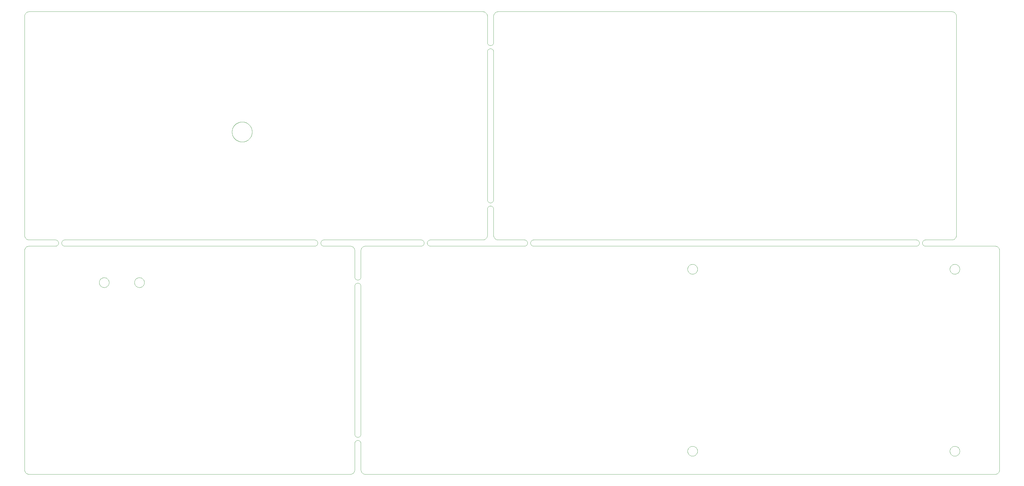
<source format=gbr>
G75*
G70*
%OFA0B0*%
%FSLAX24Y24*%
%IPPOS*%
%LPD*%
%AMOC8*
5,1,8,0,0,1.08239X$1,22.5*
%
%ADD10C,0.0039*%
D10*
X006662Y005047D02*
X047607Y005047D01*
X047607Y005046D02*
X047653Y005048D01*
X047699Y005053D01*
X047745Y005062D01*
X047790Y005075D01*
X047833Y005091D01*
X047875Y005110D01*
X047916Y005133D01*
X047954Y005159D01*
X047991Y005188D01*
X048025Y005219D01*
X048056Y005253D01*
X048085Y005290D01*
X048111Y005328D01*
X048134Y005369D01*
X048153Y005411D01*
X048169Y005454D01*
X048182Y005499D01*
X048191Y005545D01*
X048196Y005591D01*
X048198Y005637D01*
X048197Y005637D02*
X048197Y008984D01*
X048591Y009378D02*
X048630Y009376D01*
X048668Y009370D01*
X048705Y009361D01*
X048742Y009348D01*
X048777Y009331D01*
X048810Y009312D01*
X048841Y009289D01*
X048870Y009263D01*
X048896Y009234D01*
X048919Y009203D01*
X048938Y009170D01*
X048955Y009135D01*
X048968Y009098D01*
X048977Y009061D01*
X048983Y009023D01*
X048985Y008984D01*
X048985Y005637D01*
X048984Y005637D02*
X048986Y005591D01*
X048991Y005545D01*
X049000Y005499D01*
X049013Y005454D01*
X049029Y005411D01*
X049048Y005369D01*
X049071Y005328D01*
X049097Y005290D01*
X049126Y005253D01*
X049157Y005219D01*
X049191Y005188D01*
X049228Y005159D01*
X049266Y005133D01*
X049307Y005110D01*
X049349Y005091D01*
X049392Y005075D01*
X049437Y005062D01*
X049483Y005053D01*
X049529Y005048D01*
X049575Y005046D01*
X049575Y005047D02*
X129890Y005047D01*
X129890Y005046D02*
X129936Y005048D01*
X129982Y005053D01*
X130028Y005062D01*
X130073Y005075D01*
X130116Y005091D01*
X130158Y005110D01*
X130199Y005133D01*
X130237Y005159D01*
X130274Y005188D01*
X130308Y005219D01*
X130339Y005253D01*
X130368Y005290D01*
X130394Y005328D01*
X130417Y005369D01*
X130436Y005411D01*
X130452Y005454D01*
X130465Y005499D01*
X130474Y005545D01*
X130479Y005591D01*
X130481Y005637D01*
X130481Y033590D01*
X130479Y033636D01*
X130474Y033682D01*
X130465Y033728D01*
X130452Y033773D01*
X130436Y033816D01*
X130417Y033858D01*
X130394Y033899D01*
X130368Y033937D01*
X130339Y033974D01*
X130308Y034008D01*
X130274Y034039D01*
X130237Y034068D01*
X130199Y034094D01*
X130158Y034117D01*
X130116Y034136D01*
X130073Y034152D01*
X130028Y034165D01*
X129982Y034174D01*
X129936Y034179D01*
X129890Y034181D01*
X121032Y034181D01*
X120638Y034574D02*
X120640Y034613D01*
X120646Y034651D01*
X120655Y034688D01*
X120668Y034725D01*
X120685Y034760D01*
X120704Y034793D01*
X120727Y034824D01*
X120753Y034853D01*
X120782Y034879D01*
X120813Y034902D01*
X120846Y034921D01*
X120881Y034938D01*
X120918Y034951D01*
X120955Y034960D01*
X120993Y034966D01*
X121032Y034968D01*
X124378Y034968D01*
X124424Y034970D01*
X124470Y034975D01*
X124516Y034984D01*
X124561Y034997D01*
X124604Y035013D01*
X124646Y035032D01*
X124687Y035055D01*
X124725Y035081D01*
X124762Y035110D01*
X124796Y035141D01*
X124827Y035175D01*
X124856Y035212D01*
X124882Y035250D01*
X124905Y035291D01*
X124924Y035333D01*
X124940Y035376D01*
X124953Y035421D01*
X124962Y035467D01*
X124967Y035513D01*
X124969Y035559D01*
X124969Y063511D01*
X124967Y063557D01*
X124962Y063603D01*
X124953Y063649D01*
X124940Y063694D01*
X124924Y063737D01*
X124905Y063779D01*
X124882Y063820D01*
X124856Y063858D01*
X124827Y063895D01*
X124796Y063929D01*
X124762Y063960D01*
X124725Y063989D01*
X124687Y064015D01*
X124646Y064038D01*
X124604Y064057D01*
X124561Y064073D01*
X124516Y064086D01*
X124470Y064095D01*
X124424Y064100D01*
X124378Y064102D01*
X066504Y064102D01*
X066458Y064100D01*
X066412Y064095D01*
X066366Y064086D01*
X066321Y064073D01*
X066278Y064057D01*
X066236Y064038D01*
X066195Y064015D01*
X066157Y063989D01*
X066120Y063960D01*
X066086Y063929D01*
X066055Y063895D01*
X066026Y063858D01*
X066000Y063820D01*
X065977Y063779D01*
X065958Y063737D01*
X065942Y063694D01*
X065929Y063649D01*
X065920Y063603D01*
X065915Y063557D01*
X065913Y063511D01*
X065914Y063511D02*
X065914Y060165D01*
X065520Y059771D02*
X065481Y059773D01*
X065443Y059779D01*
X065406Y059788D01*
X065369Y059801D01*
X065334Y059818D01*
X065301Y059837D01*
X065270Y059860D01*
X065241Y059886D01*
X065215Y059915D01*
X065192Y059946D01*
X065173Y059979D01*
X065156Y060014D01*
X065143Y060051D01*
X065134Y060088D01*
X065128Y060126D01*
X065126Y060165D01*
X065126Y063511D01*
X065127Y063511D02*
X065125Y063557D01*
X065120Y063603D01*
X065111Y063649D01*
X065098Y063694D01*
X065082Y063737D01*
X065063Y063779D01*
X065040Y063820D01*
X065014Y063858D01*
X064985Y063895D01*
X064954Y063929D01*
X064920Y063960D01*
X064883Y063989D01*
X064845Y064015D01*
X064804Y064038D01*
X064762Y064057D01*
X064719Y064073D01*
X064674Y064086D01*
X064628Y064095D01*
X064582Y064100D01*
X064536Y064102D01*
X006662Y064102D01*
X006616Y064100D01*
X006570Y064095D01*
X006524Y064086D01*
X006479Y064073D01*
X006436Y064057D01*
X006394Y064038D01*
X006353Y064015D01*
X006315Y063989D01*
X006278Y063960D01*
X006244Y063929D01*
X006213Y063895D01*
X006184Y063858D01*
X006158Y063820D01*
X006135Y063779D01*
X006116Y063737D01*
X006100Y063694D01*
X006087Y063649D01*
X006078Y063603D01*
X006073Y063557D01*
X006071Y063511D01*
X006071Y035559D01*
X006073Y035513D01*
X006078Y035467D01*
X006087Y035421D01*
X006100Y035376D01*
X006116Y035333D01*
X006135Y035291D01*
X006158Y035250D01*
X006184Y035212D01*
X006213Y035175D01*
X006244Y035141D01*
X006278Y035110D01*
X006315Y035081D01*
X006353Y035055D01*
X006394Y035032D01*
X006436Y035013D01*
X006479Y034997D01*
X006524Y034984D01*
X006570Y034975D01*
X006616Y034970D01*
X006662Y034968D01*
X010008Y034968D01*
X010402Y034574D02*
X010400Y034535D01*
X010394Y034497D01*
X010385Y034460D01*
X010372Y034423D01*
X010355Y034388D01*
X010336Y034355D01*
X010313Y034324D01*
X010287Y034295D01*
X010258Y034269D01*
X010227Y034246D01*
X010194Y034227D01*
X010159Y034210D01*
X010122Y034197D01*
X010085Y034188D01*
X010047Y034182D01*
X010008Y034180D01*
X010008Y034181D02*
X006662Y034181D01*
X006616Y034179D01*
X006570Y034174D01*
X006524Y034165D01*
X006479Y034152D01*
X006436Y034136D01*
X006394Y034117D01*
X006353Y034094D01*
X006315Y034068D01*
X006278Y034039D01*
X006244Y034008D01*
X006213Y033974D01*
X006184Y033937D01*
X006158Y033899D01*
X006135Y033858D01*
X006116Y033816D01*
X006100Y033773D01*
X006087Y033728D01*
X006078Y033682D01*
X006073Y033636D01*
X006071Y033590D01*
X006071Y005637D01*
X006073Y005591D01*
X006078Y005545D01*
X006087Y005499D01*
X006100Y005454D01*
X006116Y005411D01*
X006135Y005369D01*
X006158Y005328D01*
X006184Y005290D01*
X006213Y005253D01*
X006244Y005219D01*
X006278Y005188D01*
X006315Y005159D01*
X006353Y005133D01*
X006394Y005110D01*
X006436Y005091D01*
X006479Y005075D01*
X006524Y005062D01*
X006570Y005053D01*
X006616Y005048D01*
X006662Y005046D01*
X048197Y010165D02*
X048197Y029063D01*
X048591Y029457D02*
X048630Y029455D01*
X048668Y029449D01*
X048705Y029440D01*
X048742Y029427D01*
X048777Y029410D01*
X048810Y029391D01*
X048841Y029368D01*
X048870Y029342D01*
X048896Y029313D01*
X048919Y029282D01*
X048938Y029249D01*
X048955Y029214D01*
X048968Y029177D01*
X048977Y029140D01*
X048983Y029102D01*
X048985Y029063D01*
X048985Y010165D01*
X048591Y009771D02*
X048552Y009773D01*
X048514Y009779D01*
X048477Y009788D01*
X048440Y009801D01*
X048405Y009818D01*
X048372Y009837D01*
X048341Y009860D01*
X048312Y009886D01*
X048286Y009915D01*
X048263Y009946D01*
X048244Y009979D01*
X048227Y010014D01*
X048214Y010051D01*
X048205Y010088D01*
X048199Y010126D01*
X048197Y010165D01*
X048591Y009771D02*
X048630Y009773D01*
X048668Y009779D01*
X048705Y009788D01*
X048742Y009801D01*
X048777Y009818D01*
X048810Y009837D01*
X048841Y009860D01*
X048870Y009886D01*
X048896Y009915D01*
X048919Y009946D01*
X048938Y009979D01*
X048955Y010014D01*
X048968Y010051D01*
X048977Y010088D01*
X048983Y010126D01*
X048985Y010165D01*
X048591Y009378D02*
X048552Y009376D01*
X048514Y009370D01*
X048477Y009361D01*
X048440Y009348D01*
X048405Y009331D01*
X048372Y009312D01*
X048341Y009289D01*
X048312Y009263D01*
X048286Y009234D01*
X048263Y009203D01*
X048244Y009170D01*
X048227Y009135D01*
X048214Y009098D01*
X048205Y009061D01*
X048199Y009023D01*
X048197Y008984D01*
X048197Y029063D02*
X048199Y029102D01*
X048205Y029140D01*
X048214Y029177D01*
X048227Y029214D01*
X048244Y029249D01*
X048263Y029282D01*
X048286Y029313D01*
X048312Y029342D01*
X048341Y029368D01*
X048372Y029391D01*
X048405Y029410D01*
X048440Y029427D01*
X048477Y029440D01*
X048514Y029449D01*
X048552Y029455D01*
X048591Y029457D01*
X048591Y029850D02*
X048552Y029852D01*
X048514Y029858D01*
X048477Y029867D01*
X048440Y029880D01*
X048405Y029897D01*
X048372Y029916D01*
X048341Y029939D01*
X048312Y029965D01*
X048286Y029994D01*
X048263Y030025D01*
X048244Y030058D01*
X048227Y030093D01*
X048214Y030130D01*
X048205Y030167D01*
X048199Y030205D01*
X048197Y030244D01*
X048197Y033590D01*
X048198Y033590D02*
X048196Y033636D01*
X048191Y033682D01*
X048182Y033728D01*
X048169Y033773D01*
X048153Y033816D01*
X048134Y033858D01*
X048111Y033899D01*
X048085Y033937D01*
X048056Y033974D01*
X048025Y034008D01*
X047991Y034039D01*
X047954Y034068D01*
X047916Y034094D01*
X047875Y034117D01*
X047833Y034136D01*
X047790Y034152D01*
X047745Y034165D01*
X047699Y034174D01*
X047653Y034179D01*
X047607Y034181D01*
X044260Y034181D01*
X043866Y034574D02*
X043868Y034613D01*
X043874Y034651D01*
X043883Y034688D01*
X043896Y034725D01*
X043913Y034760D01*
X043932Y034793D01*
X043955Y034824D01*
X043981Y034853D01*
X044010Y034879D01*
X044041Y034902D01*
X044074Y034921D01*
X044109Y034938D01*
X044146Y034951D01*
X044183Y034960D01*
X044221Y034966D01*
X044260Y034968D01*
X056662Y034968D01*
X057056Y034574D02*
X057054Y034535D01*
X057048Y034497D01*
X057039Y034460D01*
X057026Y034423D01*
X057009Y034388D01*
X056990Y034355D01*
X056967Y034324D01*
X056941Y034295D01*
X056912Y034269D01*
X056881Y034246D01*
X056848Y034227D01*
X056813Y034210D01*
X056776Y034197D01*
X056739Y034188D01*
X056701Y034182D01*
X056662Y034180D01*
X056662Y034181D02*
X049575Y034181D01*
X049529Y034179D01*
X049483Y034174D01*
X049437Y034165D01*
X049392Y034152D01*
X049349Y034136D01*
X049307Y034117D01*
X049266Y034094D01*
X049228Y034068D01*
X049191Y034039D01*
X049157Y034008D01*
X049126Y033974D01*
X049097Y033937D01*
X049071Y033899D01*
X049048Y033858D01*
X049029Y033816D01*
X049013Y033773D01*
X049000Y033728D01*
X048991Y033682D01*
X048986Y033636D01*
X048984Y033590D01*
X048985Y033590D02*
X048985Y030244D01*
X048983Y030205D01*
X048977Y030167D01*
X048968Y030130D01*
X048955Y030093D01*
X048938Y030058D01*
X048919Y030025D01*
X048896Y029994D01*
X048870Y029965D01*
X048841Y029939D01*
X048810Y029916D01*
X048777Y029897D01*
X048742Y029880D01*
X048705Y029867D01*
X048668Y029858D01*
X048630Y029852D01*
X048591Y029850D01*
X044260Y034180D02*
X044221Y034182D01*
X044183Y034188D01*
X044146Y034197D01*
X044109Y034210D01*
X044074Y034227D01*
X044041Y034246D01*
X044010Y034269D01*
X043981Y034295D01*
X043955Y034324D01*
X043932Y034355D01*
X043913Y034388D01*
X043896Y034423D01*
X043883Y034460D01*
X043874Y034497D01*
X043868Y034535D01*
X043866Y034574D01*
X043473Y034574D02*
X043471Y034535D01*
X043465Y034497D01*
X043456Y034460D01*
X043443Y034423D01*
X043426Y034388D01*
X043407Y034355D01*
X043384Y034324D01*
X043358Y034295D01*
X043329Y034269D01*
X043298Y034246D01*
X043265Y034227D01*
X043230Y034210D01*
X043193Y034197D01*
X043156Y034188D01*
X043118Y034182D01*
X043079Y034180D01*
X043079Y034181D02*
X011189Y034181D01*
X010795Y034574D02*
X010797Y034613D01*
X010803Y034651D01*
X010812Y034688D01*
X010825Y034725D01*
X010842Y034760D01*
X010861Y034793D01*
X010884Y034824D01*
X010910Y034853D01*
X010939Y034879D01*
X010970Y034902D01*
X011003Y034921D01*
X011038Y034938D01*
X011075Y034951D01*
X011112Y034960D01*
X011150Y034966D01*
X011189Y034968D01*
X043079Y034968D01*
X043118Y034966D01*
X043156Y034960D01*
X043193Y034951D01*
X043230Y034938D01*
X043265Y034921D01*
X043298Y034902D01*
X043329Y034879D01*
X043358Y034853D01*
X043384Y034824D01*
X043407Y034793D01*
X043426Y034760D01*
X043443Y034725D01*
X043456Y034688D01*
X043465Y034651D01*
X043471Y034613D01*
X043473Y034574D01*
X056662Y034968D02*
X056701Y034966D01*
X056739Y034960D01*
X056776Y034951D01*
X056813Y034938D01*
X056848Y034921D01*
X056881Y034902D01*
X056912Y034879D01*
X056941Y034853D01*
X056967Y034824D01*
X056990Y034793D01*
X057009Y034760D01*
X057026Y034725D01*
X057039Y034688D01*
X057048Y034651D01*
X057054Y034613D01*
X057056Y034574D01*
X057449Y034574D02*
X057451Y034613D01*
X057457Y034651D01*
X057466Y034688D01*
X057479Y034725D01*
X057496Y034760D01*
X057515Y034793D01*
X057538Y034824D01*
X057564Y034853D01*
X057593Y034879D01*
X057624Y034902D01*
X057657Y034921D01*
X057692Y034938D01*
X057729Y034951D01*
X057766Y034960D01*
X057804Y034966D01*
X057843Y034968D01*
X064536Y034968D01*
X064582Y034970D01*
X064628Y034975D01*
X064674Y034984D01*
X064719Y034997D01*
X064762Y035013D01*
X064804Y035032D01*
X064845Y035055D01*
X064883Y035081D01*
X064920Y035110D01*
X064954Y035141D01*
X064985Y035175D01*
X065014Y035212D01*
X065040Y035250D01*
X065063Y035291D01*
X065082Y035333D01*
X065098Y035376D01*
X065111Y035421D01*
X065120Y035467D01*
X065125Y035513D01*
X065127Y035559D01*
X065126Y035559D02*
X065126Y038905D01*
X065520Y039299D02*
X065559Y039297D01*
X065597Y039291D01*
X065634Y039282D01*
X065671Y039269D01*
X065706Y039252D01*
X065739Y039233D01*
X065770Y039210D01*
X065799Y039184D01*
X065825Y039155D01*
X065848Y039124D01*
X065867Y039091D01*
X065884Y039056D01*
X065897Y039019D01*
X065906Y038982D01*
X065912Y038944D01*
X065914Y038905D01*
X065914Y035559D01*
X065913Y035559D02*
X065915Y035513D01*
X065920Y035467D01*
X065929Y035421D01*
X065942Y035376D01*
X065958Y035333D01*
X065977Y035291D01*
X066000Y035250D01*
X066026Y035212D01*
X066055Y035175D01*
X066086Y035141D01*
X066120Y035110D01*
X066157Y035081D01*
X066195Y035055D01*
X066236Y035032D01*
X066278Y035013D01*
X066321Y034997D01*
X066366Y034984D01*
X066412Y034975D01*
X066458Y034970D01*
X066504Y034968D01*
X069851Y034968D01*
X070245Y034574D02*
X070243Y034535D01*
X070237Y034497D01*
X070228Y034460D01*
X070215Y034423D01*
X070198Y034388D01*
X070179Y034355D01*
X070156Y034324D01*
X070130Y034295D01*
X070101Y034269D01*
X070070Y034246D01*
X070037Y034227D01*
X070002Y034210D01*
X069965Y034197D01*
X069928Y034188D01*
X069890Y034182D01*
X069851Y034180D01*
X069851Y034181D02*
X057843Y034181D01*
X057843Y034180D02*
X057804Y034182D01*
X057766Y034188D01*
X057729Y034197D01*
X057692Y034210D01*
X057657Y034227D01*
X057624Y034246D01*
X057593Y034269D01*
X057564Y034295D01*
X057538Y034324D01*
X057515Y034355D01*
X057496Y034388D01*
X057479Y034423D01*
X057466Y034460D01*
X057457Y034497D01*
X057451Y034535D01*
X057449Y034574D01*
X065126Y038905D02*
X065128Y038944D01*
X065134Y038982D01*
X065143Y039019D01*
X065156Y039056D01*
X065173Y039091D01*
X065192Y039124D01*
X065215Y039155D01*
X065241Y039184D01*
X065270Y039210D01*
X065301Y039233D01*
X065334Y039252D01*
X065369Y039269D01*
X065406Y039282D01*
X065443Y039291D01*
X065481Y039297D01*
X065520Y039299D01*
X065520Y039692D02*
X065481Y039694D01*
X065443Y039700D01*
X065406Y039709D01*
X065369Y039722D01*
X065334Y039739D01*
X065301Y039758D01*
X065270Y039781D01*
X065241Y039807D01*
X065215Y039836D01*
X065192Y039867D01*
X065173Y039900D01*
X065156Y039935D01*
X065143Y039972D01*
X065134Y040009D01*
X065128Y040047D01*
X065126Y040086D01*
X065126Y058984D01*
X065520Y059378D02*
X065559Y059376D01*
X065597Y059370D01*
X065634Y059361D01*
X065671Y059348D01*
X065706Y059331D01*
X065739Y059312D01*
X065770Y059289D01*
X065799Y059263D01*
X065825Y059234D01*
X065848Y059203D01*
X065867Y059170D01*
X065884Y059135D01*
X065897Y059098D01*
X065906Y059061D01*
X065912Y059023D01*
X065914Y058984D01*
X065914Y040086D01*
X065912Y040047D01*
X065906Y040009D01*
X065897Y039972D01*
X065884Y039935D01*
X065867Y039900D01*
X065848Y039867D01*
X065825Y039836D01*
X065799Y039807D01*
X065770Y039781D01*
X065739Y039758D01*
X065706Y039739D01*
X065671Y039722D01*
X065634Y039709D01*
X065597Y039700D01*
X065559Y039694D01*
X065520Y039692D01*
X071032Y034968D02*
X119851Y034968D01*
X120245Y034574D02*
X120243Y034535D01*
X120237Y034497D01*
X120228Y034460D01*
X120215Y034423D01*
X120198Y034388D01*
X120179Y034355D01*
X120156Y034324D01*
X120130Y034295D01*
X120101Y034269D01*
X120070Y034246D01*
X120037Y034227D01*
X120002Y034210D01*
X119965Y034197D01*
X119928Y034188D01*
X119890Y034182D01*
X119851Y034180D01*
X119851Y034181D02*
X071032Y034181D01*
X070638Y034574D02*
X070640Y034613D01*
X070646Y034651D01*
X070655Y034688D01*
X070668Y034725D01*
X070685Y034760D01*
X070704Y034793D01*
X070727Y034824D01*
X070753Y034853D01*
X070782Y034879D01*
X070813Y034902D01*
X070846Y034921D01*
X070881Y034938D01*
X070918Y034951D01*
X070955Y034960D01*
X070993Y034966D01*
X071032Y034968D01*
X070638Y034574D02*
X070640Y034535D01*
X070646Y034497D01*
X070655Y034460D01*
X070668Y034423D01*
X070685Y034388D01*
X070704Y034355D01*
X070727Y034324D01*
X070753Y034295D01*
X070782Y034269D01*
X070813Y034246D01*
X070846Y034227D01*
X070881Y034210D01*
X070918Y034197D01*
X070955Y034188D01*
X070993Y034182D01*
X071032Y034180D01*
X070245Y034574D02*
X070243Y034613D01*
X070237Y034651D01*
X070228Y034688D01*
X070215Y034725D01*
X070198Y034760D01*
X070179Y034793D01*
X070156Y034824D01*
X070130Y034853D01*
X070101Y034879D01*
X070070Y034902D01*
X070037Y034921D01*
X070002Y034938D01*
X069965Y034951D01*
X069928Y034960D01*
X069890Y034966D01*
X069851Y034968D01*
X090677Y031228D02*
X090679Y031278D01*
X090685Y031328D01*
X090695Y031377D01*
X090709Y031425D01*
X090726Y031472D01*
X090747Y031517D01*
X090772Y031561D01*
X090800Y031602D01*
X090832Y031641D01*
X090866Y031678D01*
X090903Y031712D01*
X090943Y031742D01*
X090985Y031769D01*
X091029Y031793D01*
X091075Y031814D01*
X091122Y031830D01*
X091170Y031843D01*
X091220Y031852D01*
X091269Y031857D01*
X091320Y031858D01*
X091370Y031855D01*
X091419Y031848D01*
X091468Y031837D01*
X091516Y031822D01*
X091562Y031804D01*
X091607Y031782D01*
X091650Y031756D01*
X091691Y031727D01*
X091730Y031695D01*
X091766Y031660D01*
X091798Y031622D01*
X091828Y031582D01*
X091855Y031539D01*
X091878Y031495D01*
X091897Y031449D01*
X091913Y031401D01*
X091925Y031352D01*
X091933Y031303D01*
X091937Y031253D01*
X091937Y031203D01*
X091933Y031153D01*
X091925Y031104D01*
X091913Y031055D01*
X091897Y031007D01*
X091878Y030961D01*
X091855Y030917D01*
X091828Y030874D01*
X091798Y030834D01*
X091766Y030796D01*
X091730Y030761D01*
X091691Y030729D01*
X091650Y030700D01*
X091607Y030674D01*
X091562Y030652D01*
X091516Y030634D01*
X091468Y030619D01*
X091419Y030608D01*
X091370Y030601D01*
X091320Y030598D01*
X091269Y030599D01*
X091220Y030604D01*
X091170Y030613D01*
X091122Y030626D01*
X091075Y030642D01*
X091029Y030663D01*
X090985Y030687D01*
X090943Y030714D01*
X090903Y030744D01*
X090866Y030778D01*
X090832Y030815D01*
X090800Y030854D01*
X090772Y030895D01*
X090747Y030939D01*
X090726Y030984D01*
X090709Y031031D01*
X090695Y031079D01*
X090685Y031128D01*
X090679Y031178D01*
X090677Y031228D01*
X119851Y034968D02*
X119890Y034966D01*
X119928Y034960D01*
X119965Y034951D01*
X120002Y034938D01*
X120037Y034921D01*
X120070Y034902D01*
X120101Y034879D01*
X120130Y034853D01*
X120156Y034824D01*
X120179Y034793D01*
X120198Y034760D01*
X120215Y034725D01*
X120228Y034688D01*
X120237Y034651D01*
X120243Y034613D01*
X120245Y034574D01*
X120638Y034574D02*
X120640Y034535D01*
X120646Y034497D01*
X120655Y034460D01*
X120668Y034423D01*
X120685Y034388D01*
X120704Y034355D01*
X120727Y034324D01*
X120753Y034295D01*
X120782Y034269D01*
X120813Y034246D01*
X120846Y034227D01*
X120881Y034210D01*
X120918Y034197D01*
X120955Y034188D01*
X120993Y034182D01*
X121032Y034180D01*
X124142Y031228D02*
X124144Y031278D01*
X124150Y031328D01*
X124160Y031377D01*
X124174Y031425D01*
X124191Y031472D01*
X124212Y031517D01*
X124237Y031561D01*
X124265Y031602D01*
X124297Y031641D01*
X124331Y031678D01*
X124368Y031712D01*
X124408Y031742D01*
X124450Y031769D01*
X124494Y031793D01*
X124540Y031814D01*
X124587Y031830D01*
X124635Y031843D01*
X124685Y031852D01*
X124734Y031857D01*
X124785Y031858D01*
X124835Y031855D01*
X124884Y031848D01*
X124933Y031837D01*
X124981Y031822D01*
X125027Y031804D01*
X125072Y031782D01*
X125115Y031756D01*
X125156Y031727D01*
X125195Y031695D01*
X125231Y031660D01*
X125263Y031622D01*
X125293Y031582D01*
X125320Y031539D01*
X125343Y031495D01*
X125362Y031449D01*
X125378Y031401D01*
X125390Y031352D01*
X125398Y031303D01*
X125402Y031253D01*
X125402Y031203D01*
X125398Y031153D01*
X125390Y031104D01*
X125378Y031055D01*
X125362Y031007D01*
X125343Y030961D01*
X125320Y030917D01*
X125293Y030874D01*
X125263Y030834D01*
X125231Y030796D01*
X125195Y030761D01*
X125156Y030729D01*
X125115Y030700D01*
X125072Y030674D01*
X125027Y030652D01*
X124981Y030634D01*
X124933Y030619D01*
X124884Y030608D01*
X124835Y030601D01*
X124785Y030598D01*
X124734Y030599D01*
X124685Y030604D01*
X124635Y030613D01*
X124587Y030626D01*
X124540Y030642D01*
X124494Y030663D01*
X124450Y030687D01*
X124408Y030714D01*
X124368Y030744D01*
X124331Y030778D01*
X124297Y030815D01*
X124265Y030854D01*
X124237Y030895D01*
X124212Y030939D01*
X124191Y030984D01*
X124174Y031031D01*
X124160Y031079D01*
X124150Y031128D01*
X124144Y031178D01*
X124142Y031228D01*
X124142Y008000D02*
X124144Y008050D01*
X124150Y008100D01*
X124160Y008149D01*
X124174Y008197D01*
X124191Y008244D01*
X124212Y008289D01*
X124237Y008333D01*
X124265Y008374D01*
X124297Y008413D01*
X124331Y008450D01*
X124368Y008484D01*
X124408Y008514D01*
X124450Y008541D01*
X124494Y008565D01*
X124540Y008586D01*
X124587Y008602D01*
X124635Y008615D01*
X124685Y008624D01*
X124734Y008629D01*
X124785Y008630D01*
X124835Y008627D01*
X124884Y008620D01*
X124933Y008609D01*
X124981Y008594D01*
X125027Y008576D01*
X125072Y008554D01*
X125115Y008528D01*
X125156Y008499D01*
X125195Y008467D01*
X125231Y008432D01*
X125263Y008394D01*
X125293Y008354D01*
X125320Y008311D01*
X125343Y008267D01*
X125362Y008221D01*
X125378Y008173D01*
X125390Y008124D01*
X125398Y008075D01*
X125402Y008025D01*
X125402Y007975D01*
X125398Y007925D01*
X125390Y007876D01*
X125378Y007827D01*
X125362Y007779D01*
X125343Y007733D01*
X125320Y007689D01*
X125293Y007646D01*
X125263Y007606D01*
X125231Y007568D01*
X125195Y007533D01*
X125156Y007501D01*
X125115Y007472D01*
X125072Y007446D01*
X125027Y007424D01*
X124981Y007406D01*
X124933Y007391D01*
X124884Y007380D01*
X124835Y007373D01*
X124785Y007370D01*
X124734Y007371D01*
X124685Y007376D01*
X124635Y007385D01*
X124587Y007398D01*
X124540Y007414D01*
X124494Y007435D01*
X124450Y007459D01*
X124408Y007486D01*
X124368Y007516D01*
X124331Y007550D01*
X124297Y007587D01*
X124265Y007626D01*
X124237Y007667D01*
X124212Y007711D01*
X124191Y007756D01*
X124174Y007803D01*
X124160Y007851D01*
X124150Y007900D01*
X124144Y007950D01*
X124142Y008000D01*
X090677Y008000D02*
X090679Y008050D01*
X090685Y008100D01*
X090695Y008149D01*
X090709Y008197D01*
X090726Y008244D01*
X090747Y008289D01*
X090772Y008333D01*
X090800Y008374D01*
X090832Y008413D01*
X090866Y008450D01*
X090903Y008484D01*
X090943Y008514D01*
X090985Y008541D01*
X091029Y008565D01*
X091075Y008586D01*
X091122Y008602D01*
X091170Y008615D01*
X091220Y008624D01*
X091269Y008629D01*
X091320Y008630D01*
X091370Y008627D01*
X091419Y008620D01*
X091468Y008609D01*
X091516Y008594D01*
X091562Y008576D01*
X091607Y008554D01*
X091650Y008528D01*
X091691Y008499D01*
X091730Y008467D01*
X091766Y008432D01*
X091798Y008394D01*
X091828Y008354D01*
X091855Y008311D01*
X091878Y008267D01*
X091897Y008221D01*
X091913Y008173D01*
X091925Y008124D01*
X091933Y008075D01*
X091937Y008025D01*
X091937Y007975D01*
X091933Y007925D01*
X091925Y007876D01*
X091913Y007827D01*
X091897Y007779D01*
X091878Y007733D01*
X091855Y007689D01*
X091828Y007646D01*
X091798Y007606D01*
X091766Y007568D01*
X091730Y007533D01*
X091691Y007501D01*
X091650Y007472D01*
X091607Y007446D01*
X091562Y007424D01*
X091516Y007406D01*
X091468Y007391D01*
X091419Y007380D01*
X091370Y007373D01*
X091320Y007370D01*
X091269Y007371D01*
X091220Y007376D01*
X091170Y007385D01*
X091122Y007398D01*
X091075Y007414D01*
X091029Y007435D01*
X090985Y007459D01*
X090943Y007486D01*
X090903Y007516D01*
X090866Y007550D01*
X090832Y007587D01*
X090800Y007626D01*
X090772Y007667D01*
X090747Y007711D01*
X090726Y007756D01*
X090709Y007803D01*
X090695Y007851D01*
X090685Y007900D01*
X090679Y007950D01*
X090677Y008000D01*
X020095Y029523D02*
X020097Y029573D01*
X020103Y029623D01*
X020113Y029672D01*
X020127Y029720D01*
X020144Y029767D01*
X020165Y029812D01*
X020190Y029856D01*
X020218Y029897D01*
X020250Y029936D01*
X020284Y029973D01*
X020321Y030007D01*
X020361Y030037D01*
X020403Y030064D01*
X020447Y030088D01*
X020493Y030109D01*
X020540Y030125D01*
X020588Y030138D01*
X020638Y030147D01*
X020687Y030152D01*
X020738Y030153D01*
X020788Y030150D01*
X020837Y030143D01*
X020886Y030132D01*
X020934Y030117D01*
X020980Y030099D01*
X021025Y030077D01*
X021068Y030051D01*
X021109Y030022D01*
X021148Y029990D01*
X021184Y029955D01*
X021216Y029917D01*
X021246Y029877D01*
X021273Y029834D01*
X021296Y029790D01*
X021315Y029744D01*
X021331Y029696D01*
X021343Y029647D01*
X021351Y029598D01*
X021355Y029548D01*
X021355Y029498D01*
X021351Y029448D01*
X021343Y029399D01*
X021331Y029350D01*
X021315Y029302D01*
X021296Y029256D01*
X021273Y029212D01*
X021246Y029169D01*
X021216Y029129D01*
X021184Y029091D01*
X021148Y029056D01*
X021109Y029024D01*
X021068Y028995D01*
X021025Y028969D01*
X020980Y028947D01*
X020934Y028929D01*
X020886Y028914D01*
X020837Y028903D01*
X020788Y028896D01*
X020738Y028893D01*
X020687Y028894D01*
X020638Y028899D01*
X020588Y028908D01*
X020540Y028921D01*
X020493Y028937D01*
X020447Y028958D01*
X020403Y028982D01*
X020361Y029009D01*
X020321Y029039D01*
X020284Y029073D01*
X020250Y029110D01*
X020218Y029149D01*
X020190Y029190D01*
X020165Y029234D01*
X020144Y029279D01*
X020127Y029326D01*
X020113Y029374D01*
X020103Y029423D01*
X020097Y029473D01*
X020095Y029523D01*
X015599Y029523D02*
X015601Y029573D01*
X015607Y029623D01*
X015617Y029672D01*
X015631Y029720D01*
X015648Y029767D01*
X015669Y029812D01*
X015694Y029856D01*
X015722Y029897D01*
X015754Y029936D01*
X015788Y029973D01*
X015825Y030007D01*
X015865Y030037D01*
X015907Y030064D01*
X015951Y030088D01*
X015997Y030109D01*
X016044Y030125D01*
X016092Y030138D01*
X016142Y030147D01*
X016191Y030152D01*
X016242Y030153D01*
X016292Y030150D01*
X016341Y030143D01*
X016390Y030132D01*
X016438Y030117D01*
X016484Y030099D01*
X016529Y030077D01*
X016572Y030051D01*
X016613Y030022D01*
X016652Y029990D01*
X016688Y029955D01*
X016720Y029917D01*
X016750Y029877D01*
X016777Y029834D01*
X016800Y029790D01*
X016819Y029744D01*
X016835Y029696D01*
X016847Y029647D01*
X016855Y029598D01*
X016859Y029548D01*
X016859Y029498D01*
X016855Y029448D01*
X016847Y029399D01*
X016835Y029350D01*
X016819Y029302D01*
X016800Y029256D01*
X016777Y029212D01*
X016750Y029169D01*
X016720Y029129D01*
X016688Y029091D01*
X016652Y029056D01*
X016613Y029024D01*
X016572Y028995D01*
X016529Y028969D01*
X016484Y028947D01*
X016438Y028929D01*
X016390Y028914D01*
X016341Y028903D01*
X016292Y028896D01*
X016242Y028893D01*
X016191Y028894D01*
X016142Y028899D01*
X016092Y028908D01*
X016044Y028921D01*
X015997Y028937D01*
X015951Y028958D01*
X015907Y028982D01*
X015865Y029009D01*
X015825Y029039D01*
X015788Y029073D01*
X015754Y029110D01*
X015722Y029149D01*
X015694Y029190D01*
X015669Y029234D01*
X015648Y029279D01*
X015631Y029326D01*
X015617Y029374D01*
X015607Y029423D01*
X015601Y029473D01*
X015599Y029523D01*
X011189Y034180D02*
X011150Y034182D01*
X011112Y034188D01*
X011075Y034197D01*
X011038Y034210D01*
X011003Y034227D01*
X010970Y034246D01*
X010939Y034269D01*
X010910Y034295D01*
X010884Y034324D01*
X010861Y034355D01*
X010842Y034388D01*
X010825Y034423D01*
X010812Y034460D01*
X010803Y034497D01*
X010797Y034535D01*
X010795Y034574D01*
X010402Y034574D02*
X010400Y034613D01*
X010394Y034651D01*
X010385Y034688D01*
X010372Y034725D01*
X010355Y034760D01*
X010336Y034793D01*
X010313Y034824D01*
X010287Y034853D01*
X010258Y034879D01*
X010227Y034902D01*
X010194Y034921D01*
X010159Y034938D01*
X010122Y034951D01*
X010085Y034960D01*
X010047Y034966D01*
X010008Y034968D01*
X032547Y048748D02*
X032549Y048819D01*
X032555Y048890D01*
X032565Y048961D01*
X032579Y049030D01*
X032596Y049099D01*
X032618Y049167D01*
X032643Y049234D01*
X032672Y049299D01*
X032704Y049362D01*
X032740Y049424D01*
X032779Y049483D01*
X032822Y049540D01*
X032867Y049595D01*
X032916Y049647D01*
X032967Y049696D01*
X033021Y049742D01*
X033078Y049786D01*
X033136Y049826D01*
X033197Y049862D01*
X033260Y049896D01*
X033325Y049925D01*
X033391Y049951D01*
X033459Y049974D01*
X033527Y049992D01*
X033597Y050007D01*
X033667Y050018D01*
X033738Y050025D01*
X033809Y050028D01*
X033880Y050027D01*
X033951Y050022D01*
X034022Y050013D01*
X034092Y050000D01*
X034161Y049984D01*
X034229Y049963D01*
X034296Y049939D01*
X034362Y049911D01*
X034425Y049879D01*
X034487Y049844D01*
X034547Y049806D01*
X034605Y049764D01*
X034660Y049720D01*
X034713Y049672D01*
X034763Y049621D01*
X034810Y049568D01*
X034854Y049512D01*
X034895Y049454D01*
X034933Y049393D01*
X034967Y049331D01*
X034997Y049266D01*
X035024Y049201D01*
X035048Y049133D01*
X035067Y049065D01*
X035083Y048996D01*
X035095Y048925D01*
X035103Y048855D01*
X035107Y048784D01*
X035107Y048712D01*
X035103Y048641D01*
X035095Y048571D01*
X035083Y048500D01*
X035067Y048431D01*
X035048Y048363D01*
X035024Y048295D01*
X034997Y048230D01*
X034967Y048165D01*
X034933Y048103D01*
X034895Y048042D01*
X034854Y047984D01*
X034810Y047928D01*
X034763Y047875D01*
X034713Y047824D01*
X034660Y047776D01*
X034605Y047732D01*
X034547Y047690D01*
X034487Y047652D01*
X034425Y047617D01*
X034362Y047585D01*
X034296Y047557D01*
X034229Y047533D01*
X034161Y047512D01*
X034092Y047496D01*
X034022Y047483D01*
X033951Y047474D01*
X033880Y047469D01*
X033809Y047468D01*
X033738Y047471D01*
X033667Y047478D01*
X033597Y047489D01*
X033527Y047504D01*
X033459Y047522D01*
X033391Y047545D01*
X033325Y047571D01*
X033260Y047600D01*
X033197Y047634D01*
X033136Y047670D01*
X033078Y047710D01*
X033021Y047754D01*
X032967Y047800D01*
X032916Y047849D01*
X032867Y047901D01*
X032822Y047956D01*
X032779Y048013D01*
X032740Y048072D01*
X032704Y048134D01*
X032672Y048197D01*
X032643Y048262D01*
X032618Y048329D01*
X032596Y048397D01*
X032579Y048466D01*
X032565Y048535D01*
X032555Y048606D01*
X032549Y048677D01*
X032547Y048748D01*
X065126Y058984D02*
X065128Y059023D01*
X065134Y059061D01*
X065143Y059098D01*
X065156Y059135D01*
X065173Y059170D01*
X065192Y059203D01*
X065215Y059234D01*
X065241Y059263D01*
X065270Y059289D01*
X065301Y059312D01*
X065334Y059331D01*
X065369Y059348D01*
X065406Y059361D01*
X065443Y059370D01*
X065481Y059376D01*
X065520Y059378D01*
X065520Y059771D02*
X065559Y059773D01*
X065597Y059779D01*
X065634Y059788D01*
X065671Y059801D01*
X065706Y059818D01*
X065739Y059837D01*
X065770Y059860D01*
X065799Y059886D01*
X065825Y059915D01*
X065848Y059946D01*
X065867Y059979D01*
X065884Y060014D01*
X065897Y060051D01*
X065906Y060088D01*
X065912Y060126D01*
X065914Y060165D01*
M02*

</source>
